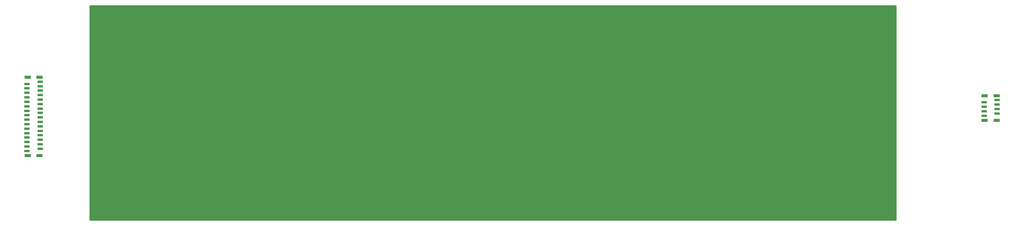
<source format=gbs>
G04 #@! TF.GenerationSoftware,KiCad,Pcbnew,6.0.8+dfsg-1~bpo11+1*
G04 #@! TF.CreationDate,2023-03-24T18:51:06-04:00*
G04 #@! TF.ProjectId,06_8x15_diamond_for_trackpad,30365f38-7831-4355-9f64-69616d6f6e64,rev?*
G04 #@! TF.SameCoordinates,Original*
G04 #@! TF.FileFunction,Soldermask,Bot*
G04 #@! TF.FilePolarity,Negative*
%FSLAX46Y46*%
G04 Gerber Fmt 4.6, Leading zero omitted, Abs format (unit mm)*
G04 Created by KiCad (PCBNEW 6.0.8+dfsg-1~bpo11+1) date 2023-03-24 18:51:06*
%MOMM*%
%LPD*%
G01*
G04 APERTURE LIST*
%ADD10C,0.150000*%
%ADD11R,1.200000X0.600000*%
%ADD12R,1.400000X0.800000*%
G04 APERTURE END LIST*
D10*
X63275000Y-55625000D02*
X243275000Y-55625000D01*
X243275000Y-55625000D02*
X243275000Y-103625000D01*
X243275000Y-103625000D02*
X63275000Y-103625000D01*
X63275000Y-103625000D02*
X63275000Y-55625000D01*
G36*
X63275000Y-55625000D02*
G01*
X243275000Y-55625000D01*
X243275000Y-103625000D01*
X63275000Y-103625000D01*
X63275000Y-55625000D01*
G37*
D11*
X52125000Y-72625000D03*
X49225000Y-73125000D03*
X52125000Y-73625000D03*
X49225000Y-74125000D03*
X52125000Y-74625000D03*
X49225000Y-75125000D03*
X52125000Y-75625000D03*
X49225000Y-76125000D03*
X52125000Y-76625000D03*
X49225000Y-77125000D03*
X52125000Y-77625000D03*
X49225000Y-78125000D03*
X52125000Y-78625000D03*
X49225000Y-79125000D03*
X52125000Y-79625000D03*
X49225000Y-80125000D03*
X52125000Y-80625000D03*
X49225000Y-81125000D03*
X52125000Y-81625000D03*
X49225000Y-82125000D03*
X52125000Y-82625000D03*
X49225000Y-83125000D03*
X52125000Y-83625000D03*
X49225000Y-84125000D03*
X52125000Y-84625000D03*
X49225000Y-85125000D03*
X52125000Y-85625000D03*
X49225000Y-86125000D03*
X52125000Y-86625000D03*
X49225000Y-87125000D03*
X52125000Y-87625000D03*
X49225000Y-88125000D03*
D12*
X52025000Y-71625000D03*
X49325000Y-71625000D03*
X52025000Y-89125000D03*
X49325000Y-89125000D03*
D11*
X265775000Y-76750000D03*
X262875000Y-77250000D03*
X265775000Y-77750000D03*
X262875000Y-78250000D03*
X265775000Y-78750000D03*
X262875000Y-79250000D03*
X265775000Y-79750000D03*
X262875000Y-80250000D03*
D12*
X265675000Y-75750000D03*
X262975000Y-75750000D03*
X265675000Y-81250000D03*
X262975000Y-81250000D03*
M02*

</source>
